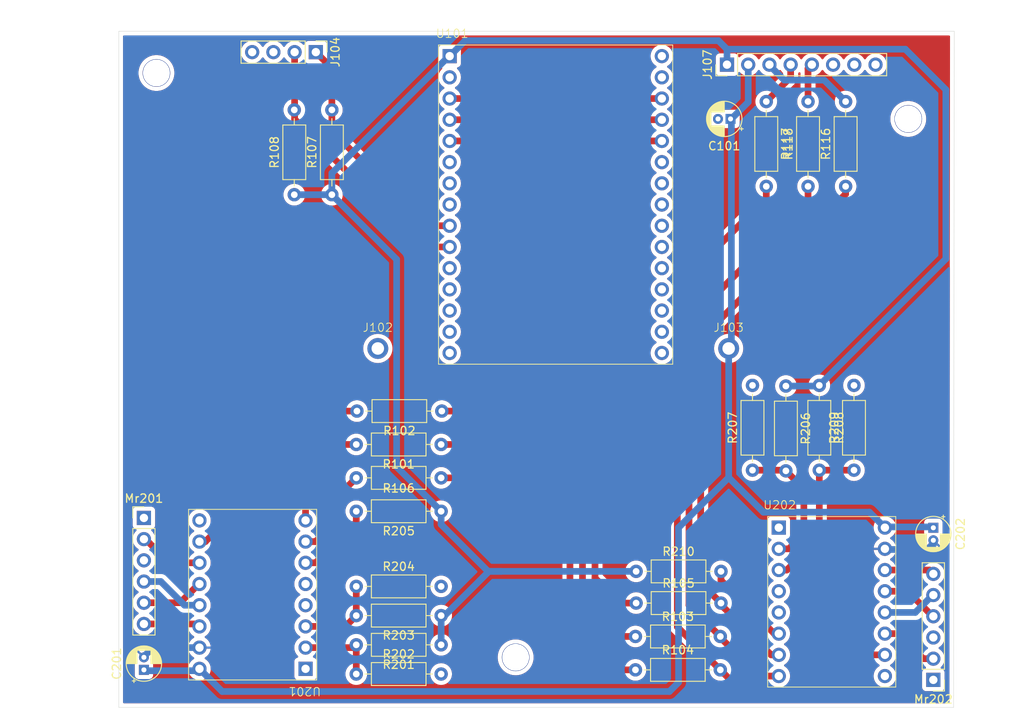
<source format=kicad_pcb>
(kicad_pcb (version 20241229) (generator "pcbnew") (generator_version "9.0")
  (layers (0 "F.Cu" signal) (2 "B.Cu" signal) (13 "F.Paste" user) (15 "B.Paste" user) (5 "F.SilkS" user "F.Silkscreen") (7 "B.SilkS" user "B.Silkscreen") (1 "F.Mask" user) (3 "B.Mask" user) (25 "Edge.Cuts" user))
  (net 0 "")
  (net 1 "GND")
  (net 2 "VBUS")
  (net 3 "/SDA")
  (net 4 "VDD")
  (net 5 "/SCL")
  (net 6 "/DIR_RIGHT")
  (net 7 "Net-(U101-D2)")
  (net 8 "/~{FAULT_RIGHT}")
  (net 9 "Net-(U101-D4)")
  (net 10 "Net-(U101-D12)")
  (net 11 "/STEP_LEFT")
  (net 12 "/DIR_LEFT")
  (net 13 "Net-(U101-D13)")
  (net 14 "/~{FAULT_LEFT}")
  (net 15 "Net-(U101-D14)")
  (net 16 "Net-(U101-D15)")
  (net 17 "/STEP_RIGHT")
  (net 18 "Net-(U201-M0)")
  (net 19 "Net-(U201-M1)")
  (net 20 "/Stepper Motors/~{SLEEP_LEFT}")
  (net 21 "Net-(U202-M0)")
  (net 22 "Net-(U202-M1)")
  (net 23 "/Stepper Motors/~{SLEEP_RIGHT}")
  (net 45 "Net-(U201-B2)")
  (net 47 "Net-(U201-B1)")
  (net 48 "Net-(U201-A2)")
  (net 49 "Net-(U202-B1)")
  (net 50 "Net-(U202-A2)")
  (net 51 "Net-(U202-B2)")
  (net 56 "Net-(J107-Pin_3)")
  (net 57 "Net-(J107-Pin_5)")
  (net 58 "Net-(J107-Pin_4)")
  (net 61 "Net-(Mr201--)")
  (net 65 "Net-(U202-A1)")
  (footprint "Resistor_THT:R_Axial_DIN0207_L6.3mm_D2.5mm_P10.16mm_Horizontal" (layer "F.Cu") (at 161.84 125.5)
    (property "Reference" "R104" (at 5.08 -2.37 0) (layer "F.SilkS"))
    (property "Value" "1k")
    (pad "1" thru_hole circle (at 0 0) (size 1.6 1.6) (drill 0.8) (layers "*.Cu" "*.Mask") (net 13 "Net-(U101-D13)"))
    (pad "2" thru_hole oval (at 10.16 0) (size 1.6 1.6) (drill 0.8) (layers "*.Cu" "*.Mask") (net 8 "/~{FAULT_RIGHT}"))
  )
  (footprint "Mainboard:Polulu_DRV8834" (layer "F.Cu") (at 179 108.4605)
    (property "Reference" "U202" (at 0.1 -2.7 0) (layer "F.SilkS") (effects (font (thickness 0.1))))
    (property "Value" "DRV8834")
    (pad "1" thru_hole rect (at 0 0) (size 1.7 1.7) (drill 1) (layers "*.Cu" "*.Mask"))
    (pad "2" thru_hole oval (at 0 2.54) (size 1.7 1.7) (drill 1) (layers "*.Cu" "*.Mask") (net 21 "Net-(U202-M0)"))
    (pad "3" thru_hole oval (at 0 5.08) (size 1.7 1.7) (drill 1) (layers "*.Cu" "*.Mask") (net 22 "Net-(U202-M1)"))
    (pad "4" thru_hole oval (at 0 7.62) (size 1.7 1.7) (drill 1) (layers "*.Cu" "*.Mask"))
    (pad "5" thru_hole oval (at 0 10.16) (size 1.7 1.7) (drill 1) (layers "*.Cu" "*.Mask"))
    (pad "6" thru_hole oval (at 0 12.7) (size 1.7 1.7) (drill 1) (layers "*.Cu" "*.Mask") (net 23 "/Stepper Motors/~{SLEEP_RIGHT}"))
    (pad "7" thru_hole oval (at 0 15.24) (size 1.7 1.7) (drill 1) (layers "*.Cu" "*.Mask") (net 17 "/STEP_RIGHT"))
    (pad "8" thru_hole oval (at 0 17.78) (size 1.7 1.7) (drill 1) (layers "*.Cu" "*.Mask") (net 6 "/DIR_RIGHT"))
    (pad "9" thru_hole circle (at 12.7 0) (size 1.7 1.7) (drill 1) (layers "*.Cu" "*.Mask") (net 2 "VBUS"))
    (pad "10" thru_hole oval (at 12.7 2.54) (size 1.7 1.7) (drill 1) (layers "*.Cu" "*.Mask") (net 1 "GND"))
    (pad "11" thru_hole oval (at 12.7 5.08) (size 1.7 1.7) (drill 1) (layers "*.Cu" "*.Mask") (net 51 "Net-(U202-B2)"))
    (pad "12" thru_hole oval (at 12.7 7.62) (size 1.7 1.7) (drill 1) (layers "*.Cu" "*.Mask") (net 49 "Net-(U202-B1)"))
    (pad "13" thru_hole oval (at 12.7 10.16) (size 1.7 1.7) (drill 1) (layers "*.Cu" "*.Mask") (net 65 "Net-(U202-A1)"))
    (pad "14" thru_hole oval (at 12.7 12.7) (size 1.7 1.7) (drill 1) (layers "*.Cu" "*.Mask") (net 50 "Net-(U202-A2)"))
    (pad "15" thru_hole oval (at 12.7 15.24) (size 1.7 1.7) (drill 1) (layers "*.Cu" "*.Mask") (net 8 "/~{FAULT_RIGHT}"))
    (pad "16" thru_hole oval (at 12.7 17.78) (size 1.7 1.7) (drill 1) (layers "*.Cu" "*.Mask"))
  )
  (footprint "Resistor_THT:R_Axial_DIN0207_L6.3mm_D2.5mm_P10.16mm_Horizontal" (layer "F.Cu") (at 128.42 126)
    (property "Reference" "R202" (at 5.08 -2.37 0) (layer "F.SilkS"))
    (property "Value" "1k")
    (pad "1" thru_hole circle (at 0 0) (size 1.6 1.6) (drill 0.8) (layers "*.Cu" "*.Mask") (net 18 "Net-(U201-M0)"))
    (pad "2" thru_hole oval (at 10.16 0) (size 1.6 1.6) (drill 0.8) (layers "*.Cu" "*.Mask"))
  )
  (footprint "Resistor_THT:R_Axial_DIN0207_L6.3mm_D2.5mm_P10.16mm_Horizontal" (layer "F.Cu") (at 138.58 102.5 180)
    (property "Reference" "R106" (at 5.08 -1.25 180) (layer "F.SilkS"))
    (property "Value" "1k")
    (pad "1" thru_hole circle (at 0 0 180) (size 1.6 1.6) (drill 0.8) (layers "*.Cu" "*.Mask") (net 16 "Net-(U101-D15)"))
    (pad "2" thru_hole oval (at 10.16 0 180) (size 1.6 1.6) (drill 0.8) (layers "*.Cu" "*.Mask") (net 11 "/STEP_LEFT"))
  )
  (footprint "Mainboard:PogoPin" (layer "F.Cu") (at 131 87)
    (property "Reference" "J102" (at 0 -2.5 0) (layer "F.SilkS") (effects (font (thickness 0.1))))
    (property "Value" "~")
    (pad "1" thru_hole circle (at 0 0) (size 2.5 2.5) (drill 1.5) (layers "*.Cu" "B.Mask"))
  )
  (footprint "Capacitor_THT:CP_Radial_D4.0mm_P1.50mm" (layer "F.Cu") (at 103 125.5 90)
    (property "Reference" "C201" (at 0.75 -3.25 90) (layer "F.SilkS"))
    (property "Value" "100uF")
    (pad "1" thru_hole rect (at 0 0 90) (size 1.2 1.2) (drill 0.6) (layers "*.Cu" "*.Mask") (net 2 "VBUS"))
    (pad "2" thru_hole circle (at 1.5 0 90) (size 1.2 1.2) (drill 0.6) (layers "*.Cu" "*.Mask") (net 1 "GND"))
  )
  (footprint "Resistor_THT:R_Axial_DIN0207_L6.3mm_D2.5mm_P10.16mm_Horizontal" (layer "F.Cu") (at 182.5 67.58 90)
    (property "Reference" "R118" (at 5.08 -2.37 90) (layer "F.SilkS"))
    (property "Value" "1k")
    (pad "1" thru_hole circle (at 0 0 90) (size 1.6 1.6) (drill 0.8) (layers "*.Cu" "*.Mask") (net 6 "/DIR_RIGHT"))
    (pad "2" thru_hole oval (at 10.16 0 90) (size 1.6 1.6) (drill 0.8) (layers "*.Cu" "*.Mask") (net 57 "Net-(J107-Pin_5)"))
  )
  (footprint "Resistor_THT:R_Axial_DIN0207_L6.3mm_D2.5mm_P10.16mm_Horizontal" (layer "F.Cu") (at 187 67.58 90)
    (property "Reference" "R116" (at 5.08 -2.37 90) (layer "F.SilkS"))
    (property "Value" "1k")
    (pad "1" thru_hole circle (at 0 0 90) (size 1.6 1.6) (drill 0.8) (layers "*.Cu" "*.Mask") (net 17 "/STEP_RIGHT"))
    (pad "2" thru_hole oval (at 10.16 0 90) (size 1.6 1.6) (drill 0.8) (layers "*.Cu" "*.Mask") (net 56 "Net-(J107-Pin_3)"))
  )
  (footprint "Resistor_THT:R_Axial_DIN0207_L6.3mm_D2.5mm_P10.16mm_Horizontal" (layer "F.Cu") (at 161.92 113.7005)
    (property "Reference" "R210" (at 5.08 -2.37 0) (layer "F.SilkS"))
    (property "Value" "1k")
    (pad "1" thru_hole circle (at 0 0) (size 1.6 1.6) (drill 0.8) (layers "*.Cu" "*.Mask") (net 4 "VDD"))
    (pad "2" thru_hole oval (at 10.16 0) (size 1.6 1.6) (drill 0.8) (layers "*.Cu" "*.Mask") (net 23 "/Stepper Motors/~{SLEEP_RIGHT}"))
  )
  (footprint "Mainboard:diymore-ESP32-WROOM-32-Devboard" (layer "F.Cu") (at 139.6 51.98)
    (property "Reference" "U101" (at 0.3 -2.7 0) (layer "F.SilkS") (effects (font (thickness 0.1))))
    (property "Value" "ESP32-WROOM-32")
    (pad "1" thru_hole rect (at 0 0) (size 1.7 1.7) (drill 1) (layers "*.Cu" "*.Mask") (net 4 "VDD"))
    (pad "2" thru_hole oval (at 0 2.54) (size 1.7 1.7) (drill 1) (layers "*.Cu" "*.Mask"))
    (pad "3" thru_hole oval (at 0 5.08) (size 1.7 1.7) (drill 1) (layers "*.Cu" "*.Mask") (net 16 "Net-(U101-D15)"))
    (pad "4" thru_hole oval (at 0 7.62) (size 1.7 1.7) (drill 1) (layers "*.Cu" "*.Mask") (net 7 "Net-(U101-D2)"))
    (pad "5" thru_hole oval (at 0 10.16) (size 1.7 1.7) (drill 1) (layers "*.Cu" "*.Mask") (net 9 "Net-(U101-D4)"))
    (pad "6" thru_hole oval (at 0 12.7) (size 1.7 1.7) (drill 1) (layers "*.Cu" "*.Mask"))
    (pad "7" thru_hole oval (at 0 15.24) (size 1.7 1.7) (drill 1) (layers "*.Cu" "*.Mask"))
    (pad "8" thru_hole oval (at 0 17.78) (size 1.7 1.7) (drill 1) (layers "*.Cu" "*.Mask"))
    (pad "9" thru_hole circle (at 0 20.32) (size 1.7 1.7) (drill 1) (layers "*.Cu" "*.Mask") (net 3 "/SDA"))
    (pad "10" thru_hole oval (at 0 22.86) (size 1.7 1.7) (drill 1) (layers "*.Cu" "*.Mask") (net 5 "/SCL"))
    (pad "11" thru_hole oval (at 0 25.4) (size 1.7 1.7) (drill 1) (layers "*.Cu" "*.Mask"))
    (pad "12" thru_hole oval (at 0 27.94) (size 1.7 1.7) (drill 1) (layers "*.Cu" "*.Mask"))
    (pad "13" thru_hole oval (at 0 30.48) (size 1.7 1.7) (drill 1) (layers "*.Cu" "*.Mask"))
    (pad "14" thru_hole oval (at 0 33.02) (size 1.7 1.7) (drill 1) (layers "*.Cu" "*.Mask"))
    (pad "15" thru_hole oval (at 0 35.56) (size 1.7 1.7) (drill 1) (layers "*.Cu" "*.Mask"))
    (pad "16" thru_hole oval (at 25.4 0) (size 1.7 1.7) (drill 1) (layers "*.Cu" "*.Mask"))
    (pad "17" thru_hole oval (at 25.4 2.54) (size 1.7 1.7) (drill 1) (layers "*.Cu" "*.Mask"))
    (pad "18" thru_hole oval (at 25.4 5.08) (size 1.7 1.7) (drill 1) (layers "*.Cu" "*.Mask") (net 13 "Net-(U101-D13)"))
    (pad "19" thru_hole oval (at 25.4 7.62) (size 1.7 1.7) (drill 1) (layers "*.Cu" "*.Mask") (net 10 "Net-(U101-D12)"))
    (pad "20" thru_hole oval (at 25.4 10.16) (size 1.7 1.7) (drill 1) (layers "*.Cu" "*.Mask") (net 15 "Net-(U101-D14)"))
    (pad "21" thru_hole oval (at 25.4 12.7) (size 1.7 1.7) (drill 1) (layers "*.Cu" "*.Mask"))
    (pad "22" thru_hole oval (at 25.4 15.24) (size 1.7 1.7) (drill 1) (layers "*.Cu" "*.Mask"))
    (pad "23" thru_hole oval (at 25.4 17.78) (size 1.7 1.7) (drill 1) (layers "*.Cu" "*.Mask"))
    (pad "24" thru_hole circle (at 25.4 20.32) (size 1.7 1.7) (drill 1) (layers "*.Cu" "*.Mask"))
    (pad "25" thru_hole oval (at 25.4 22.86) (size 1.7 1.7) (drill 1) (layers "*.Cu" "*.Mask"))
    (pad "26" thru_hole oval (at 25.4 25.4) (size 1.7 1.7) (drill 1) (layers "*.Cu" "*.Mask"))
    (pad "27" thru_hole oval (at 25.4 27.94) (size 1.7 1.7) (drill 1) (layers "*.Cu" "*.Mask"))
    (pad "28" thru_hole oval (at 25.4 30.48) (size 1.7 1.7) (drill 1) (layers "*.Cu" "*.Mask"))
    (pad "29" thru_hole oval (at 25.4 33.02) (size 1.7 1.7) (drill 1) (layers "*.Cu" "*.Mask"))
    (pad "30" thru_hole oval (at 25.4 35.56) (size 1.7 1.7) (drill 1) (layers "*.Cu" "*.Mask"))
  )
  (footprint "Connector_PinHeader_2.54mm:PinHeader_1x06_P2.54mm_Vertical" (layer "F.Cu") (at 103 107.3)
    (property "Reference" "Mr201" (at 0 -2.33 0) (layer "F.SilkS"))
    (property "Value" "Stepper_Motor_unipolar_6pin")
    (pad "1" thru_hole rect (at 0 0) (size 1.7 1.7) (drill 1) (layers "*.Cu" "*.Mask"))
    (pad "2" thru_hole oval (at 0 2.54) (size 1.7 1.7) (drill 1) (layers "*.Cu" "*.Mask") (net 48 "Net-(U201-A2)"))
    (pad "3" thru_hole oval (at 0 5.08) (size 1.7 1.7) (drill 1) (layers "*.Cu" "*.Mask"))
    (pad "4" thru_hole oval (at 0 7.62) (size 1.7 1.7) (drill 1) (layers "*.Cu" "*.Mask") (net 47 "Net-(U201-B1)"))
    (pad "5" thru_hole oval (at 0 10.16) (size 1.7 1.7) (drill 1) (layers "*.Cu" "*.Mask") (net 61 "Net-(Mr201--)"))
    (pad "6" thru_hole oval (at 0 12.7) (size 1.7 1.7) (drill 1) (layers "*.Cu" "*.Mask") (net 45 "Net-(U201-B2)"))
  )
  (footprint "Resistor_THT:R_Axial_DIN0207_L6.3mm_D2.5mm_P10.16mm_Horizontal" (layer "F.Cu") (at 175.85 101.58 90)
    (property "Reference" "R207" (at 5.08 -2.37 90) (layer "F.SilkS"))
    (property "Value" "1k")
    (pad "1" thru_hole circle (at 0 0 90) (size 1.6 1.6) (drill 0.8) (layers "*.Cu" "*.Mask") (net 21 "Net-(U202-M0)"))
    (pad "2" thru_hole oval (at 10.16 0 90) (size 1.6 1.6) (drill 0.8) (layers "*.Cu" "*.Mask"))
  )
  (footprint "Resistor_THT:R_Axial_DIN0207_L6.3mm_D2.5mm_P10.16mm_Horizontal" (layer "F.Cu") (at 128.42 115.5)
    (property "Reference" "R204" (at 5.08 -2.37 0) (layer "F.SilkS"))
    (property "Value" "1k")
    (pad "1" thru_hole circle (at 0 0) (size 1.6 1.6) (drill 0.8) (layers "*.Cu" "*.Mask") (net 19 "Net-(U201-M1)"))
    (pad "2" thru_hole oval (at 10.16 0) (size 1.6 1.6) (drill 0.8) (layers "*.Cu" "*.Mask"))
  )
  (footprint "Resistor_THT:R_Axial_DIN0207_L6.3mm_D2.5mm_P10.16mm_Horizontal" (layer "F.Cu") (at 188 101.58 90)
    (property "Reference" "R209" (at 5.08 -2.37 90) (layer "F.SilkS"))
    (property "Value" "1k")
    (pad "1" thru_hole circle (at 0 0 90) (size 1.6 1.6) (drill 0.8) (layers "*.Cu" "*.Mask") (net 22 "Net-(U202-M1)"))
    (pad "2" thru_hole oval (at 10.16 0 90) (size 1.6 1.6) (drill 0.8) (layers "*.Cu" "*.Mask"))
  )
  (footprint "Capacitor_THT:CP_Radial_D4.0mm_P1.50mm" (layer "F.Cu") (at 173.222599 59.5 180)
    (property "Reference" "C101" (at 0.75 -3.25 0) (layer "F.SilkS"))
    (property "Value" "100uF")
    (pad "1" thru_hole rect (at 0 0 180) (size 1.2 1.2) (drill 0.6) (layers "*.Cu" "*.Mask") (net 2 "VBUS"))
    (pad "2" thru_hole circle (at 1.5 0 180) (size 1.2 1.2) (drill 0.6) (layers "*.Cu" "*.Mask"))
  )
  (footprint "Resistor_THT:R_Axial_DIN0207_L6.3mm_D2.5mm_P10.16mm_Horizontal" (layer "F.Cu") (at 138.58 122.5 180)
    (property "Reference" "R201" (at 5.08 -2.37 0) (layer "F.SilkS"))
    (property "Value" "1k")
    (pad "1" thru_hole circle (at 0 0 180) (size 1.6 1.6) (drill 0.8) (layers "*.Cu" "*.Mask") (net 4 "VDD"))
    (pad "2" thru_hole oval (at 10.16 0 180) (size 1.6 1.6) (drill 0.8) (layers "*.Cu" "*.Mask") (net 18 "Net-(U201-M0)"))
  )
  (footprint "Resistor_THT:R_Axial_DIN0207_L6.3mm_D2.5mm_P10.16mm_Horizontal" (layer "F.Cu") (at 177.5 57.42 -90)
    (property "Reference" "R117" (at 5.08 -2.37 90) (layer "F.SilkS"))
    (property "Value" "1k")
    (pad "1" thru_hole circle (at 0 0 270) (size 1.6 1.6) (drill 0.8) (layers "*.Cu" "*.Mask") (net 58 "Net-(J107-Pin_4)"))
    (pad "2" thru_hole oval (at 10.16 0 270) (size 1.6 1.6) (drill 0.8) (layers "*.Cu" "*.Mask") (net 8 "/~{FAULT_RIGHT}"))
  )
  (footprint "Capacitor_THT:CP_Radial_D4.0mm_P1.50mm" (layer "F.Cu") (at 197.5 108.477901 -90)
    (property "Reference" "C202" (at 0.75 -3.25 90) (layer "F.SilkS"))
    (property "Value" "100uF")
    (pad "1" thru_hole rect (at 0 0 270) (size 1.2 1.2) (drill 0.6) (layers "*.Cu" "*.Mask") (net 2 "VBUS"))
    (pad "2" thru_hole circle (at 1.5 0 270) (size 1.2 1.2) (drill 0.6) (layers "*.Cu" "*.Mask") (net 1 "GND"))
  )
  (footprint "Resistor_THT:R_Axial_DIN0207_L6.3mm_D2.5mm_P10.16mm_Horizontal" (layer "F.Cu") (at 161.84 121.5)
    (property "Reference" "R103" (at 5.08 -2.37 0) (layer "F.SilkS"))
    (property "Value" "1k")
    (pad "1" thru_hole circle (at 0 0) (size 1.6 1.6) (drill 0.8) (layers "*.Cu" "*.Mask") (net 10 "Net-(U101-D12)"))
    (pad "2" thru_hole oval (at 10.16 0) (size 1.6 1.6) (drill 0.8) (layers "*.Cu" "*.Mask") (net 6 "/DIR_RIGHT"))
  )
  (footprint "Mainboard:PogoPin" (layer "F.Cu") (at 173 87)
    (property "Reference" "J103" (at 0 -2.5 0) (layer "F.SilkS") (effects (font (thickness 0.1))))
    (property "Value" "~")
    (pad "1" thru_hole circle (at 0 0) (size 2.5 2.5) (drill 1.5) (layers "*.Cu" "B.Mask") (net 2 "VBUS"))
  )
  (footprint "Resistor_THT:R_Axial_DIN0207_L6.3mm_D2.5mm_P10.16mm_Horizontal" (layer "F.Cu") (at 138.58 98.5 180)
    (property "Reference" "R101" (at 5.08 -2.37 0) (layer "F.SilkS"))
    (property "Value" "1k")
    (pad "1" thru_hole circle (at 0 0 180) (size 1.6 1.6) (drill 0.8) (layers "*.Cu" "*.Mask") (net 7 "Net-(U101-D2)"))
    (pad "2" thru_hole oval (at 10.16 0 180) (size 1.6 1.6) (drill 0.8) (layers "*.Cu" "*.Mask") (net 12 "/DIR_LEFT"))
  )
  (footprint "Resistor_THT:R_Axial_DIN0207_L6.3mm_D2.5mm_P10.16mm_Horizontal" (layer "F.Cu") (at 138.58 119 180)
    (property "Reference" "R203" (at 5.08 -2.37 0) (layer "F.SilkS"))
    (property "Value" "1k")
    (pad "1" thru_hole circle (at 0 0 180) (size 1.6 1.6) (drill 0.8) (layers "*.Cu" "*.Mask") (net 4 "VDD"))
    (pad "2" thru_hole oval (at 10.16 0 180) (size 1.6 1.6) (drill 0.8) (layers "*.Cu" "*.Mask") (net 19 "Net-(U201-M1)"))
  )
  (footprint "Resistor_THT:R_Axial_DIN0207_L6.3mm_D2.5mm_P10.16mm_Horizontal" (layer "F.Cu") (at 179.85 91.5 -90)
    (property "Reference" "R206" (at 5.08 -2.37 90) (layer "F.SilkS"))
    (property "Value" "1k")
    (pad "1" thru_hole circle (at 0 0 270) (size 1.6 1.6) (drill 0.8) (layers "*.Cu" "*.Mask") (net 4 "VDD"))
    (pad "2" thru_hole oval (at 10.16 0 270) (size 1.6 1.6) (drill 0.8) (layers "*.Cu" "*.Mask") (net 21 "Net-(U202-M0)"))
  )
  (footprint "Resistor_THT:R_Axial_DIN0207_L6.3mm_D2.5mm_P10.16mm_Horizontal" (layer "F.Cu") (at 138.58 106.5 180)
    (property "Reference" "R205" (at 5.08 -2.37 0) (layer "F.SilkS"))
    (property "Value" "1k")
    (pad "1" thru_hole circle (at 0 0 180) (size 1.6 1.6) (drill 0.8) (layers "*.Cu" "*.Mask") (net 4 "VDD"))
    (pad "2" thru_hole oval (at 10.16 0 180) (size 1.6 1.6) (drill 0.8) (layers "*.Cu" "*.Mask") (net 20 "/Stepper Motors/~{SLEEP_LEFT}"))
  )
  (footprint "Connector_PinHeader_2.54mm:PinHeader_1x06_P2.54mm_Vertical" (layer "F.Cu") (at 197.5 126.7005 180)
    (property "Reference" "Mr202" (at 0 -2.33 0) (layer "F.SilkS"))
    (property "Value" "Stepper_Motor_unipolar_6pin")
    (pad "1" thru_hole rect (at 0 0 180) (size 1.7 1.7) (drill 1) (layers "*.Cu" "*.Mask"))
    (pad "2" thru_hole oval (at 0 2.54 180) (size 1.7 1.7) (drill 1) (layers "*.Cu" "*.Mask") (net 50 "Net-(U202-A2)"))
    (pad "3" thru_hole oval (at 0 5.08 180) (size 1.7 1.7) (drill 1) (layers "*.Cu" "*.Mask"))
    (pad "4" thru_hole oval (at 0 7.62 180) (size 1.7 1.7) (drill 1) (layers "*.Cu" "*.Mask") (net 49 "Net-(U202-B1)"))
    (pad "5" thru_hole oval (at 0 10.16 180) (size 1.7 1.7) (drill 1) (layers "*.Cu" "*.Mask") (net 65 "Net-(U202-A1)"))
    (pad "6" thru_hole oval (at 0 12.7 180) (size 1.7 1.7) (drill 1) (layers "*.Cu" "*.Mask") (net 51 "Net-(U202-B2)"))
  )
  (footprint "Connector_PinHeader_2.54mm:PinHeader_1x04_P2.54mm_Vertical" (layer "F.Cu") (at 123.58 51.5 -90)
    (property "Reference" "J104" (at 0 -2.33 90) (layer "F.SilkS"))
    (property "Value" "Conn_01x04_Pin")
    (pad "1" thru_hole rect (at 0 0 270) (size 1.7 1.7) (drill 1) (layers "*.Cu" "*.Mask") (net 3 "/SDA"))
    (pad "2" thru_hole oval (at 0 2.54 270) (size 1.7 1.7) (drill 1) (layers "*.Cu" "*.Mask") (net 5 "/SCL"))
    (pad "3" thru_hole oval (at 0 5.08 270) (size 1.7 1.7) (drill 1) (layers "*.Cu" "*.Mask"))
    (pad "4" thru_hole oval (at 0 7.62 270) (size 1.7 1.7) (drill 1) (layers "*.Cu" "*.Mask"))
  )
  (footprint "Resistor_THT:R_Axial_DIN0207_L6.3mm_D2.5mm_P10.16mm_Horizontal" (layer "F.Cu") (at 121 68.58 90)
    (property "Reference" "R108" (at 5.08 -2.37 90) (layer "F.SilkS"))
    (property "Value" "1k")
    (pad "1" thru_hole circle (at 0 0 90) (size 1.6 1.6) (drill 0.8) (layers "*.Cu" "*.Mask") (net 4 "VDD"))
    (pad "2" thru_hole oval (at 10.16 0 90) (size 1.6 1.6) (drill 0.8) (layers "*.Cu" "*.Mask") (net 5 "/SCL"))
  )
  (footprint "Resistor_THT:R_Axial_DIN0207_L6.3mm_D2.5mm_P10.16mm_Horizontal" (layer "F.Cu") (at 125.5 68.58 90)
    (property "Reference" "R107" (at 5.08 -2.37 90) (layer "F.SilkS"))
    (property "Value" "1k")
    (pad "1" thru_hole circle (at 0 0 90) (size 1.6 1.6) (drill 0.8) (layers "*.Cu" "*.Mask") (net 4 "VDD"))
    (pad "2" thru_hole oval (at 10.16 0 90) (size 1.6 1.6) (drill 0.8) (layers "*.Cu" "*.Mask") (net 3 "/SDA"))
  )
  (footprint "Mainboard:Polulu_DRV8834" (layer "F.Cu") (at 122.35 125.375 180)
    (property "Reference" "U201" (at 0.1 -2.7 180) (layer "F.SilkS") (effects (font (thickness 0.1))))
    (property "Value" "DRV8834")
    (pad "1" thru_hole rect (at 0 0 180) (size 1.7 1.7) (drill 1) (layers "*.Cu" "*.Mask"))
    (pad "2" thru_hole oval (at 0 2.54 180) (size 1.7 1.7) (drill 1) (layers "*.Cu" "*.Mask") (net 18 "Net-(U201-M0)"))
    (pad "3" thru_hole oval (at 0 5.08 180) (size 1.7 1.7) (drill 1) (layers "*.Cu" "*.Mask") (net 19 "Net-(U201-M1)"))
    (pad "4" thru_hole oval (at 0 7.62 180) (size 1.7 1.7) (drill 1) (layers "*.Cu" "*.Mask"))
    (pad "5" thru_hole oval (at 0 10.16 180) (size 1.7 1.7) (drill 1) (layers "*.Cu" "*.Mask"))
    (pad "6" thru_hole oval (at 0 12.7 180) (size 1.7 1.7) (drill 1) (layers "*.Cu" "*.Mask") (net 20 "/Stepper Motors/~{SLEEP_LEFT}"))
    (pad "7" thru_hole oval (at 0 15.24 180) (size 1.7 1.7) (drill 1) (layers "*.Cu" "*.Mask") (net 11 "/STEP_LEFT"))
    (pad "8" thru_hole oval (at 0 17.78 180) (size 1.7 1.7) (drill 1) (layers "*.Cu" "*.Mask") (net 12 "/DIR_LEFT"))
    (pad "9" thru_hole circle (at 12.7 0 180) (size 1.7 1.7) (drill 1) (layers "*.Cu" "*.Mask") (net 2 "VBUS"))
    (pad "10" thru_hole oval (at 12.7 2.54 180) (size 1.7 1.7) (drill 1) (layers "*.Cu" "*.Mask") (net 1 "GND"))
    (pad "11" thru_hole oval (at 12.7 5.08 180) (size 1.7 1.7) (drill 1) (layers "*.Cu" "*.Mask") (net 45 "Net-(U201-B2)"))
    (pad "12" thru_hole oval (at 12.7 7.62 180) (size 1.7 1.7) (drill 1) (layers "*.Cu" "*.Mask") (net 47 "Net-(U201-B1)"))
    (pad "13" thru_hole oval (at 12.7 10.16 180) (size 1.7 1.7) (drill 1) (layers "*.Cu" "*.Mask") (net 61 "Net-(Mr201--)"))
    (pad "14" thru_hole oval (at 12.7 12.7 180) (size 1.7 1.7) (drill 1) (layers "*.Cu" "*.Mask") (net 48 "Net-(U201-A2)"))
    (pad "15" thru_hole oval (at 12.7 15.24 180) (size 1.7 1.7) (drill 1) (layers "*.Cu" "*.Mask") (net 14 "/~{FAULT_LEFT}"))
    (pad "16" thru_hole oval (at 12.7 17.78 180) (size 1.7 1.7) (drill 1) (layers "*.Cu" "*.Mask"))
  )
  (footprint "Connector_PinHeader_2.54mm:PinHeader_1x08_P2.54mm_Vertical" (layer "F.Cu") (at 172.8 53 90)
    (property "Reference" "J107" (at 0 -2.33 90) (layer "F.SilkS"))
    (property "Value" "Conn_01x08_Pin")
    (pad "1" thru_hole rect (at 0 0 90) (size 1.7 1.7) (drill 1) (layers "*.Cu" "*.Mask") (net 4 "VDD"))
    (pad "2" thru_hole oval (at 0 2.54 90) (size 1.7 1.7) (drill 1) (layers "*.Cu" "*.Mask") (net 2 "VBUS"))
    (pad "3" thru_hole oval (at 0 5.08 90) (size 1.7 1.7) (drill 1) (layers "*.Cu" "*.Mask") (net 56 "Net-(J107-Pin_3)"))
    (pad "4" thru_hole oval (at 0 7.62 90) (size 1.7 1.7) (drill 1) (layers "*.Cu" "*.Mask") (net 58 "Net-(J107-Pin_4)"))
    (pad "5" thru_hole oval (at 0 10.16 90) (size 1.7 1.7) (drill 1) (layers "*.Cu" "*.Mask") (net 57 "Net-(J107-Pin_5)"))
    (pad "6" thru_hole oval (at 0 12.7 90) (size 1.7 1.7) (drill 1) (layers "*.Cu" "*.Mask"))
    (pad "7" thru_hole oval (at 0 15.24 90) (size 1.7 1.7) (drill 1) (layers "*.Cu" "*.Mask"))
    (pad "8" thru_hole oval (at 0 17.78 90) (size 1.7 1.7) (drill 1) (layers "*.Cu" "*.Mask"))
  )
  (footprint "Resistor_THT:R_Axial_DIN0207_L6.3mm_D2.5mm_P10.16mm_Horizontal" (layer "F.Cu") (at 161.92 117.5)
    (property "Reference" "R105" (at 5.08 -2.37 0) (layer "F.SilkS"))
    (property "Value" "1k")
    (pad "1" thru_hole circle (at 0 0) (size 1.6 1.6) (drill 0.8) (layers "*.Cu" "*.Mask") (net 15 "Net-(U101-D14)"))
    (pad "2" thru_hole oval (at 10.16 0) (size 1.6 1.6) (drill 0.8) (layers "*.Cu" "*.Mask") (net 17 "/STEP_RIGHT"))
  )
  (footprint "Resistor_THT:R_Axial_DIN0207_L6.3mm_D2.5mm_P10.16mm_Horizontal" (layer "F.Cu") (at 138.66 94.5 180)
    (property "Reference" "R102" (at 5.08 -2.37 0) (layer "F.SilkS"))
    (property "Value" "1k")
    (pad "1" thru_hole circle (at 0 0 180) (size 1.6 1.6) (drill 0.8) (layers "*.Cu" "*.Mask") (net 9 "Net-(U101-D4)"))
    (pad "2" thru_hole oval (at 10.16 0 180) (size 1.6 1.6) (drill 0.8) (layers "*.Cu" "*.Mask") (net 14 "/~{FAULT_LEFT}"))
  )
  (footprint "Resistor_THT:R_Axial_DIN0207_L6.3mm_D2.5mm_P10.16mm_Horizontal" (layer "F.Cu") (at 183.85 91.42 -90)
    (property "Reference" "R208" (at 5.08 -2.37 90) (layer "F.SilkS"))
    (property "Value" "1k")
    (pad "1" thru_hole circle (at 0 0 270) (size 1.6 1.6) (drill 0.8) (layers "*.Cu" "*.Mask") (net 4 "VDD"))
    (pad "2" thru_hole oval (at 10.16 0 270) (size 1.6 1.6) (drill 0.8) (layers "*.Cu" "*.Mask") (net 22 "Net-(U202-M1)"))
  )
  (gr_line (start 199.92 130) (end 200 49) (stroke (width 0.05)) (layer "Edge.Cuts"))
  (gr_line (start 200 49) (end 100 49) (stroke (width 0.05)) (layer "Edge.Cuts"))
  (gr_line (start 100 49) (end 100 130) (stroke (width 0.05)) (layer "Edge.Cuts"))
  (gr_line (start 100 130) (end 199.92 130) (stroke (width 0.05)) (layer "Edge.Cuts"))
  (gr_text "Mose Schmiedel" (at 105 93.5 90) (layer "F.Cu") (effects (font (size 2.5 2.5) (thickness 0.4)) (justify left bottom)))
  (via (at 104.5 54) (size 3.3) (drill 3.2) (layers "F.Cu" "B.Cu") (net 0))
  (via (at 194.5 59.5) (size 3.3) (drill 3.2) (layers "F.Cu" "B.Cu") (net 0))
  (via (at 147.5 124) (size 3.3) (drill 3.2) (layers "F.Cu" "B.Cu") (net 0))
  (segment (start 191.779787 111.080287) (end 196.919713 111.080287) (width 0.8) (layer "B.Cu") (net 1))
  (segment (start 104.064 122.835) (end 103 123.899) (width 0.8) (layer "B.Cu") (net 1))
  (segment (start 191.7 111.0005) (end 191.779787 111.080287) (width 0.8) (layer "B.Cu") (net 1))
  (segment (start 109.65 122.835) (end 104.064 122.835) (width 0.8) (layer "B.Cu") (net 1))
  (segment (start 197.5 110.5) (end 197.5 110.078901) (width 0.8) (layer "B.Cu") (net 1))
  (segment (start 196.919713 111.080287) (end 197.5 110.5) (width 0.8) (layer "B.Cu") (net 1))
  (segment (start 189.849 106.6095) (end 191.7 108.4605) (width 0.8) (layer "B.Cu") (net 2))
  (segment (start 177.149 106.6095) (end 189.849 106.6095) (width 0.8) (layer "B.Cu") (net 2))
  (segment (start 109.65 125.375) (end 109.625 125.375) (width 0.8) (layer "B.Cu") (net 2))
  (segment (start 191.783599 108.376901) (end 197.5 108.376901) (width 0.8) (layer "B.Cu") (net 2))
  (segment (start 173.323599 86.676401) (end 173.323599 59.5) (width 0.8) (layer "B.Cu") (net 2))
  (segment (start 109.399 125.601) (end 103 125.601) (width 0.8) (layer "B.Cu") (net 2))
  (segment (start 167 127) (end 167 108.4605) (width 0.8) (layer "B.Cu") (net 2))
  (segment (start 109.625 125.375) (end 109.399 125.601) (width 0.8) (layer "B.Cu") (net 2))
  (segment (start 191.7 108.4605) (end 191.783599 108.376901) (width 0.8) (layer "B.Cu") (net 2))
  (segment (start 167 108.4605) (end 173 102.4605) (width 0.8) (layer "B.Cu") (net 2))
  (segment (start 173 87) (end 173 102.4605) (width 0.8) (layer "B.Cu") (net 2))
  (segment (start 112.3665 128.0915) (end 165.9085 128.0915) (width 0.8) (layer "B.Cu") (net 2))
  (segment (start 173 87) (end 173.323599 86.676401) (width 0.8) (layer "B.Cu") (net 2))
  (segment (start 175.34 53) (end 175.34 57.483599) (width 0.8) (layer "B.Cu") (net 2))
  (segment (start 165.9085 128.0915) (end 167 127) (width 0.8) (layer "B.Cu") (net 2))
  (segment (start 175.34 57.483599) (end 173.323599 59.5) (width 0.8) (layer "B.Cu") (net 2))
  (segment (start 109.65 125.375) (end 112.3665 128.0915) (width 0.8) (layer "B.Cu") (net 2))
  (segment (start 173 102.4605) (end 177.149 106.6095) (width 0.8) (layer "B.Cu") (net 2))
  (segment (start 136.84896 72.3) (end 139.6 72.3) (width 0.8) (layer "F.Cu") (net 3))
  (segment (start 125.5 53.42) (end 125.5 60.95104) (width 0.8) (layer "F.Cu") (net 3))
  (segment (start 125.5 60.95104) (end 136.84896 72.3) (width 0.8) (layer "F.Cu") (net 3))
  (segment (start 123.58 51.5) (end 125.5 53.42) (width 0.8) (layer "F.Cu") (net 3))
  (segment (start 183.77 91.5) (end 183.85 91.42) (width 0.8) (layer "F.Cu") (net 4))
  (segment (start 172.8 51.149) (end 172.8 53) (width 0.8) (layer "B.Cu") (net 4))
  (segment (start 133.251 76.331) (end 125.5 68.58) (width 0.8) (layer "B.Cu") (net 4))
  (segment (start 199 56) (end 194.149 51.149) (width 0.8) (layer "B.Cu") (net 4))
  (segment (start 183.85 91.42) (end 199 76.27) (width 0.8) (layer "B.Cu") (net 4))
  (segment (start 133.251 101.171) (end 133.251 76.331) (width 0.8) (layer "B.Cu") (net 4))
  (segment (start 125.5 66) (end 139.52 51.98) (width 0.8) (layer "B.Cu") (net 4))
  (segment (start 138.58 119.42) (end 144.2995 113.7005) (width 0.8) (layer "B.Cu") (net 4))
  (segment (start 138.58 106.5) (end 133.251 101.171) (width 0.8) (layer "B.Cu") (net 4))
  (segment (start 194.149 51.149) (end 172.8 51.149) (width 0.8) (layer "B.Cu") (net 4))
  (segment (start 172.8 51.149) (end 171.78 50.129) (width 0.8) (layer "B.Cu") (net 4))
  (segment (start 183.77 91.5) (end 183.85 91.42) (width 0.8) (layer "B.Cu") (net 4))
  (segment (start 121 68.58) (end 125.5 68.58) (width 0.8) (layer "B.Cu") (net 4))
  (segment (start 161.92 113.7005) (end 145.7805 113.7005) (width 0.8) (layer "B.Cu") (net 4))
  (segment (start 179.85 91.5) (end 183.77 91.5) (width 0.8) (layer "B.Cu") (net 4))
  (segment (start 144.2005 113.7005) (end 138.58 108.08) (width 0.8) (layer "B.Cu") (net 4))
  (segment (start 145.7805 113.7005) (end 144.2005 113.7005) (width 0.8) (layer "B.Cu") (net 4))
  (segment (start 125.5 68.58) (end 125.5 66) (width 0.8) (layer "B.Cu") (net 4))
  (segment (start 138.58 108.08) (end 138.58 106.5) (width 0.8) (layer "B.Cu") (net 4))
  (segment (start 171.78 50.129) (end 141.451 50.129) (width 0.8) (layer "B.Cu") (net 4))
  (segment (start 138.58 122.5) (end 138.58 119.42) (width 0.8) (layer "B.Cu") (net 4))
  (segment (start 139.52 51.98) (end 139.6 51.98) (width 0.8) (layer "B.Cu") (net 4))
  (segment (start 144.2995 113.7005) (end 145.7805 113.7005) (width 0.8) (layer "B.Cu") (net 4))
  (segment (start 199 76.27) (end 199 56) (width 0.8) (layer "B.Cu") (net 4))
  (segment (start 141.451 50.129) (end 139.6 51.98) (width 0.8) (layer "B.Cu") (net 4))
  (segment (start 136.34 74.84) (end 121.04 59.54) (width 0.8) (layer "F.Cu") (net 5))
  (segment (start 139.6 74.84) (end 136.34 74.84) (width 0.8) (layer "F.Cu") (net 5))
  (segment (start 121.04 59.54) (end 121.04 51.5) (width 0.8) (layer "F.Cu") (net 5))
  (segment (start 179 126.2405) (end 176.62 126.2405) (width 0.8) (layer "F.Cu") (net 6))
  (segment (start 168.252 83.748) (end 168.252 117.752) (width 0.8) (layer "F.Cu") (net 6))
  (segment (start 182.5 69.5) (end 168.252 83.748) (width 0.8) (layer "F.Cu") (net 6))
  (segment (start 176.62 126.2405) (end 172.08 121.7005) (width 0.8) (layer "F.Cu") (net 6))
  (segment (start 168.252 117.752) (end 172 121.5) (width 0.8) (layer "F.Cu") (net 6))
  (segment (start 182.5 67.58) (end 182.5 69.5) (width 0.8) (layer "F.Cu") (net 6))
  (segment (start 147 94.793559) (end 143.293559 98.5) (width 0.8) (layer "F.Cu") (net 7))
  (segment (start 139.6 59.6) (end 143.081313 59.6) (width 0.8) (layer "F.Cu") (net 7))
  (segment (start 147 63.518687) (end 147 94.793559) (width 0.8) (layer "F.Cu") (net 7))
  (segment (start 143.293559 98.5) (end 138.58 98.5) (width 0.8) (layer "F.Cu") (net 7))
  (segment (start 143.081313 59.6) (end 147 63.518687) (width 0.8) (layer "F.Cu") (net 7))
  (segment (start 172 125.5) (end 166.851 120.351) (width 0.8) (layer "F.Cu") (net 8))
  (segment (start 177.5 69) (end 177.5 67.58) (width 0.8) (layer "F.Cu") (net 8))
  (segment (start 166.851 79.649) (end 177.5 69) (width 0.8) (layer "F.Cu") (net 8))
  (segment (start 172.2005 125.7005) (end 172 125.7005) (width 0.8) (layer "F.Cu") (net 8))
  (segment (start 191.7 123.7005) (end 188.599 123.7005) (width 0.8) (layer "F.Cu") (net 8))
  (segment (start 188.599 123.7005) (end 184 128.2995) (width 0.8) (layer "F.Cu") (net 8))
  (segment (start 184 128.2995) (end 174.7995 128.2995) (width 0.8) (layer "F.Cu") (net 8))
  (segment (start 166.851 120.351) (end 166.851 79.649) (width 0.8) (layer "F.Cu") (net 8))
  (segment (start 174.7995 128.2995) (end 172.2005 125.7005) (width 0.8) (layer "F.Cu") (net 8))
  (segment (start 145.5 64) (end 143.64 62.14) (width 0.8) (layer "F.Cu") (net 9))
  (segment (start 138.66 94.5) (end 143.5 94.5) (width 0.8) (layer "F.Cu") (net 9))
  (segment (start 143.5 94.5) (end 145.5 92.5) (width 0.8) (layer "F.Cu") (net 9))
  (segment (start 143.64 62.14) (end 139.6 62.14) (width 0.8) (layer "F.Cu") (net 9))
  (segment (start 145.5 92.5) (end 145.5 64) (width 0.8) (layer "F.Cu") (net 9))
  (segment (start 158.5 121.5) (end 155.5 118.5) (width 0.8) (layer "F.Cu") (net 10))
  (segment (start 161.4 59.6) (end 165 59.6) (width 0.8) (layer "F.Cu") (net 10))
  (segment (start 161.84 121.5) (end 158.5 121.5) (width 0.8) (layer "F.Cu") (net 10))
  (segment (start 155.5 118.5) (end 155.5 65.5) (width 0.8) (layer "F.Cu") (net 10))
  (segment (start 155.5 65.5) (end 161.4 59.6) (width 0.8) (layer "F.Cu") (net 10))
  (segment (start 125.5 108.187081) (end 125.5 105.42) (width 0.8) (layer "F.Cu") (net 11))
  (segment (start 122.35 110.135) (end 123.552081 110.135) (width 0.8) (layer "F.Cu") (net 11))
  (segment (start 123.552081 110.135) (end 125.5 108.187081) (width 0.8) (layer "F.Cu") (net 11))
  (segment (start 125.5 105.42) (end 128.42 102.5) (width 0.8) (layer "F.Cu") (net 11))
  (segment (start 122.35 102.15) (end 126 98.5) (width 0.8) (layer "F.Cu") (net 12))
  (segment (start 122.35 107.595) (end 122.35 102.15) (width 0.8) (layer "F.Cu") (net 12))
  (segment (start 126 98.5) (end 128.42 98.5) (width 0.8) (layer "F.Cu") (net 12))
  (segment (start 154 121.5) (end 154 64.5) (width 0.8) (layer "F.Cu") (net 13))
  (segment (start 161.44 57.06) (end 165 57.06) (width 0.8) (layer "F.Cu") (net 13))
  (segment (start 158 125.5) (end 154 121.5) (width 0.8) (layer "F.Cu") (net 13))
  (segment (start 154 64.5) (end 161.44 57.06) (width 0.8) (layer "F.Cu") (net 13))
  (segment (start 161.84 125.5) (end 158 125.5) (width 0.8) (layer "F.Cu") (net 13))
  (segment (start 109.65 110.135) (end 110.35854 110.135) (width 0.8) (layer "F.Cu") (net 14))
  (segment (start 125.99354 94.5) (end 128.34 94.5) (width 0.8) (layer "F.Cu") (net 14))
  (segment (start 110.35854 110.135) (end 125.99354 94.5) (width 0.8) (layer "F.Cu") (net 14))
  (segment (start 160 117.5) (end 161.92 117.5) (width 0.8) (layer "F.Cu") (net 15))
  (segment (start 157 67) (end 157 114.5) (width 0.8) (layer "F.Cu") (net 15))
  (segment (start 165 62.14) (end 161.86 62.14) (width 0.8) (layer "F.Cu") (net 15))
  (segment (start 157 114.5) (end 160 117.5) (width 0.8) (layer "F.Cu") (net 15))
  (segment (start 161.86 62.14) (end 157 67) (width 0.8) (layer "F.Cu") (net 15))
  (segment (start 139.6 57.06) (end 142.522626 57.06) (width 0.8) (layer "F.Cu") (net 16))
  (segment (start 148.5 97.5) (end 143.5 102.5) (width 0.8) (layer "F.Cu") (net 16))
  (segment (start 148.5 63.037374) (end 148.5 97.5) (width 0.8) (layer "F.Cu") (net 16))
  (segment (start 143.5 102.5) (end 138.58 102.5) (width 0.8) (layer "F.Cu") (net 16))
  (segment (start 142.522626 57.06) (end 148.5 63.037374) (width 0.8) (layer "F.Cu") (net 16))
  (segment (start 172.08 117.5) (end 169.653 115.073) (width 0.8) (layer "F.Cu") (net 17))
  (segment (start 179 123.7005) (end 178.08 123.7005) (width 0.8) (layer "F.Cu") (net 17))
  (segment (start 178.08 123.7005) (end 172.08 117.7005) (width 0.8) (layer "F.Cu") (net 17))
  (segment (start 169.653 85.847) (end 187 68.5) (width 0.8) (layer "F.Cu") (net 17))
  (segment (start 187 68.5) (end 187 67.58) (width 0.8) (layer "F.Cu") (net 17))
  (segment (start 169.653 115.073) (end 169.653 85.847) (width 0.8) (layer "F.Cu") (net 17))
  (segment (start 128.42 126) (end 128.42 122.5) (width 0.8) (layer "F.Cu") (net 18))
  (segment (start 128.085 122.835) (end 128.42 122.5) (width 0.8) (layer "F.Cu") (net 18))
  (segment (start 122.35 122.835) (end 128.085 122.835) (width 0.8) (layer "F.Cu") (net 18))
  (segment (start 127.125 120.295) (end 128.42 119) (width 0.8) (layer "F.Cu") (net 19))
  (segment (start 122.35 120.295) (end 127.125 120.295) (width 0.8) (layer "F.Cu") (net 19))
  (segment (start 128.42 115.5) (end 128.42 119) (width 0.8) (layer "F.Cu") (net 19))
  (segment (start 122.35 112.675) (end 123.552081 112.675) (width 0.8) (layer "F.Cu") (net 20))
  (segment (start 123.552081 112.675) (end 128.42 107.807081) (width 0.8) (layer "F.Cu") (net 20))
  (segment (start 128.42 107.807081) (end 128.42 106.5) (width 0.8) (layer "F.Cu") (net 20))
  (segment (start 179.77 101.58) (end 179.85 101.66) (width 0.8) (layer "F.Cu") (net 21))
  (segment (start 175.85 101.58) (end 179.77 101.58) (width 0.8) (layer "F.Cu") (net 21))
  (segment (start 180.202081 111.0005) (end 182 109.202581) (width 0.8) (layer "F.Cu") (net 21))
  (segment (start 179 111.0005) (end 180.202081 111.0005) (width 0.8) (layer "F.Cu") (net 21))
  (segment (start 182 103.81) (end 179.85 101.66) (width 0.8) (layer "F.Cu") (net 21))
  (segment (start 182 109.202581) (end 182 103.81) (width 0.8) (layer "F.Cu") (net 21))
  (segment (start 183.85 101.58) (end 183.6495 101.58) (width 0.8) (layer "F.Cu") (net 22))
  (segment (start 183.85 101.58) (end 188 101.58) (width 0.8) (layer "F.Cu") (net 22))
  (segment (start 183.85 101.58) (end 183.85 109.65) (width 0.8) (layer "F.Cu") (net 22))
  (segment (start 183.85 109.65) (end 179.9595 113.5405) (width 0.8) (layer "F.Cu") (net 22))
  (segment (start 179.9595 113.5405) (end 179 113.5405) (width 0.8) (layer "F.Cu") (net 22))
  (segment (start 172.08 114.7805) (end 172.08 113.7005) (width 0.8) (layer "F.Cu") (net 23))
  (segment (start 178.46 121.1605) (end 172.08 114.7805) (width 0.8) (layer "F.Cu") (net 23))
  (segment (start 179 121.1605) (end 178.46 121.1605) (width 0.8) (layer "F.Cu") (net 23))
  (segment (start 103 120) (end 109.355 120) (width 0.8) (layer "F.Cu") (net 45))
  (segment (start 109.355 120) (end 109.65 120.295) (width 0.8) (layer "F.Cu") (net 45))
  (segment (start 109.65 117.755) (end 107.86271 117.755) (width 0.8) (layer "B.Cu") (net 47))
  (segment (start 105.02771 114.92) (end 103 114.92) (width 0.8) (layer "B.Cu") (net 47))
  (segment (start 107.86271 117.755) (end 105.02771 114.92) (width 0.8) (layer "B.Cu") (net 47))
  (segment (start 109.65 112.675) (end 106.02571 112.675) (width 0.8) (layer "F.Cu") (net 48))
  (segment (start 106.02571 112.675) (end 103.19071 109.84) (width 0.8) (layer "F.Cu") (net 48))
  (segment (start 103.19071 109.84) (end 103 109.84) (width 0.8) (layer "F.Cu") (net 48))
  (segment (start 197.42229 119.0805) (end 197.5 119.0805) (width 0.8) (layer "F.Cu") (net 49))
  (segment (start 191.7 116.0805) (end 194.42229 116.0805) (width 0.8) (layer "F.Cu") (net 49))
  (segment (start 194.42229 116.0805) (end 197.42229 119.0805) (width 0.8) (layer "F.Cu") (net 49))
  (segment (start 196.297919 124.1605) (end 193.297919 121.1605) (width 0.8) (layer "F.Cu") (net 50))
  (segment (start 197.5 124.1605) (end 196.297919 124.1605) (width 0.8) (layer "F.Cu") (net 50))
  (segment (start 193.297919 121.1605) (end 191.7 121.1605) (width 0.8) (layer "F.Cu") (net 50))
  (segment (start 197.04 113.5405) (end 197.5 114.0005) (width 0.8) (layer "F.Cu") (net 51))
  (segment (start 191.7 113.5405) (end 197.04 113.5405) (width 0.8) (layer "F.Cu") (net 51))
  (segment (start 177.88 53.07771) (end 177.88 53) (width 0.8) (layer "B.Cu") (net 56))
  (segment (start 179.65329 54.851) (end 177.88 53.07771) (width 0.8) (layer "B.Cu") (net 56))
  (segment (start 187 57.42) (end 184.431 54.851) (width 0.8) (layer "B.Cu") (net 56))
  (segment (start 184.431 54.851) (end 179.65329 54.851) (width 0.8) (layer "B.Cu") (net 56))
  (segment (start 182.5 53.46) (end 182.96 53) (width 0.8) (layer "F.Cu") (net 57))
  (segment (start 182.5 57.42) (end 182.5 53.46) (width 0.8) (layer "F.Cu") (net 57))
  (segment (start 177.5 57.42) (end 180.42 54.5) (width 0.8) (layer "F.Cu") (net 58))
  (segment (start 180.42 54.5) (end 180.42 53) (width 0.8) (layer "F.Cu") (net 58))
  (segment (start 107.32729 117.46) (end 109.57229 115.215) (width 0.8) (layer "F.Cu") (net 61))
  (segment (start 109.57229 115.215) (end 109.65 115.215) (width 0.8) (layer "F.Cu") (net 61))
  (segment (start 103 117.46) (end 107.32729 117.46) (width 0.8) (layer "F.Cu") (net 61))
  (segment (start 195.34229 118.6205) (end 197.42229 116.5405) (width 0.8) (layer "B.Cu") (net 65))
  (segment (start 191.7 118.6205) (end 195.34229 118.6205) (width 0.8) (layer "B.Cu") (net 65))
  (segment (start 197.42229 116.5405) (end 197.5 116.5405) (width 0.8) (layer "B.Cu") (net 65))
  (zone (net 0) (net_name "") (layer "F.Cu") (name "gnd_fill") (connect_pads (clearance 0)) (min_thickness 0.25)
    (keepout (tracks allowed) (vias allowed) (pads allowed) (copperpour not_allowed) (footprints allowed))
    (fill (thermal_gap 0.5) (thermal_bridge_width 0.25))
    (polygon (pts (xy 161 57) (xy 161 62) (xy 164.5 62) (xy 164.5 57) (xy 163.5 57)))
  )
  (zone (net 0) (net_name "") (layer "F.Cu") (name "gnd_fill") (connect_pads (clearance 0)) (min_thickness 0.25)
    (keepout (tracks allowed) (vias allowed) (pads allowed) (copperpour not_allowed) (footprints allowed))
    (fill (thermal_gap 0.5) (thermal_bridge_width 0.25))
    (polygon (pts (xy 136 71.5) (xy 136 74.5) (xy 139.5 74.5) (xy 139.5 71.5) (xy 138.5 71.5)))
  )
  (zone (net 0) (net_name "") (layer "F.Cu") (name "gnd_fill") (connect_pads (clearance 0)) (min_thickness 0.25)
    (keepout (tracks allowed) (vias allowed) (pads allowed) (copperpour not_allowed) (footprints allowed))
    (fill (thermal_gap 0.5) (thermal_bridge_width 0.25))
    (polygon (pts (xy 192.5 114.5) (xy 192.5 121) (xy 196.5 122.5) (xy 198.14583 115.916678) (xy 196.374984 114.5)))
  )
  (zone (net 0) (net_name "") (layer "F.Cu") (name "gnd_fill") (connect_pads (clearance 0)) (min_thickness 0.25)
    (keepout (tracks allowed) (vias allowed) (pads allowed) (copperpour not_allowed) (footprints allowed))
    (fill (thermal_gap 0.5) (thermal_bridge_width 0.25))
    (polygon (pts (xy 140 57.5) (xy 140 62.5) (xy 143.5 62.5) (xy 143.5 57.5) (xy 142.5 57.5)))
  )
  (zone (net 0) (net_name "") (layer "F.Cu") (name "gnd_fill") (connect_pads (clearance 0)) (min_thickness 0.25)
    (keepout (tracks allowed) (vias allowed) (pads allowed) (copperpour not_allowed) (footprints allowed))
    (fill (thermal_gap 0.5) (thermal_bridge_width 0.25))
    (polygon (pts (xy 167.5 114.5) (xy 167.5 121) (xy 175 128) (xy 178.5 128.857143) (xy 178.5 121.00001) (xy 171 114)))
  )
  (zone (net 0) (net_name "") (layer "F.Cu") (name "gnd_fill") (connect_pads (clearance 0)) (min_thickness 0.25)
    (keepout (tracks allowed) (vias allowed) (pads allowed) (copperpour not_allowed) (footprints allowed))
    (fill (thermal_gap 0.5) (thermal_bridge_width 0.25))
    (polygon (pts (xy 122 52.5) (xy 122 59) (xy 124.5 61.5) (xy 124.5 53.333333) (xy 123.250003 52.5)))
  )
  (zone (net 0) (net_name "") (layer "F.Cu") (name "gnd_fill") (connect_pads (clearance 0)) (min_thickness 0.25)
    (keepout (tracks allowed) (vias allowed) (pads allowed) (copperpour not_allowed) (footprints allowed))
    (fill (thermal_gap 0.5) (thermal_bridge_width 0.25))
    (polygon (pts (xy 103.5 111.5) (xy 103.5 119.5) (xy 109 119.5) (xy 109 112.5) (xy 104.750003 111.5)))
  )
  (zone (net 0) (net_name "") (layer "F.Cu") (name "gnd_fill") (connect_pads (clearance 0)) (min_thickness 0.25)
    (keepout (tracks allowed) (vias allowed) (pads allowed) (copperpour not_allowed) (footprints allowed))
    (fill (thermal_gap 0.5) (thermal_bridge_width 0.25))
    (polygon (pts (xy 167.5 80.5) (xy 168 87) (xy 185 72.5) (xy 186 68.5) (xy 179.5 68.5)))
  )
  (zone (net 0) (net_name "") (layer "F.Cu") (name "gnd_fill") (connect_pads (clearance 0)) (min_thickness 0.25)
    (keepout (tracks allowed) (vias allowed) (pads allowed) (copperpour not_allowed) (footprints allowed))
    (fill (thermal_gap 0.5) (thermal_bridge_width 0.25))
    (polygon (pts (xy 123 119.5) (xy 123 122.5) (xy 129.000015 122.399999) (xy 128.999996 119.5)))
  )
  (zone (net 1) (net_name "GND") (layers "F.Cu" "B.Cu") (name "gnd_fill") (priority 1) (connect_pads (clearance 0.5)) (min_thickness 0.25) (fill yes (thermal_gap 0.5) (thermal_bridge_width 0.25))
    (polygon (pts (xy 99.5 47.5) (xy 99.5 131.5) (xy 203.5 131.5) (xy 204 47.5)))
  )
)
</source>
